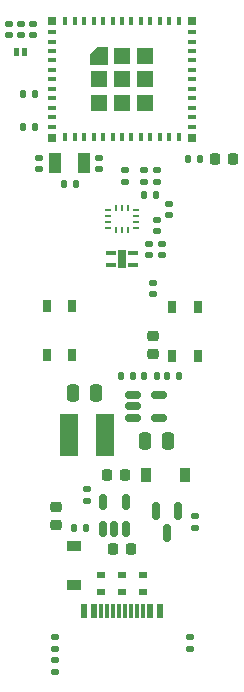
<source format=gbr>
%TF.GenerationSoftware,KiCad,Pcbnew,6.0.1-79c1e3a40b~116~ubuntu21.04.1*%
%TF.CreationDate,2022-04-07T18:26:22+01:00*%
%TF.ProjectId,esp-rust-board,6573702d-7275-4737-942d-626f6172642e,0.1b*%
%TF.SameCoordinates,Original*%
%TF.FileFunction,Paste,Top*%
%TF.FilePolarity,Positive*%
%FSLAX46Y46*%
G04 Gerber Fmt 4.6, Leading zero omitted, Abs format (unit mm)*
G04 Created by KiCad (PCBNEW 6.0.1-79c1e3a40b~116~ubuntu21.04.1) date 2022-04-07 18:26:22*
%MOMM*%
%LPD*%
G01*
G04 APERTURE LIST*
G04 Aperture macros list*
%AMRoundRect*
0 Rectangle with rounded corners*
0 $1 Rounding radius*
0 $2 $3 $4 $5 $6 $7 $8 $9 X,Y pos of 4 corners*
0 Add a 4 corners polygon primitive as box body*
4,1,4,$2,$3,$4,$5,$6,$7,$8,$9,$2,$3,0*
0 Add four circle primitives for the rounded corners*
1,1,$1+$1,$2,$3*
1,1,$1+$1,$4,$5*
1,1,$1+$1,$6,$7*
1,1,$1+$1,$8,$9*
0 Add four rect primitives between the rounded corners*
20,1,$1+$1,$2,$3,$4,$5,0*
20,1,$1+$1,$4,$5,$6,$7,0*
20,1,$1+$1,$6,$7,$8,$9,0*
20,1,$1+$1,$8,$9,$2,$3,0*%
%AMFreePoly0*
4,1,6,0.725000,-0.725000,-0.725000,-0.725000,-0.725000,0.125000,-0.125000,0.725000,0.725000,0.725000,0.725000,-0.725000,0.725000,-0.725000,$1*%
G04 Aperture macros list end*
%ADD10C,0.010000*%
%ADD11RoundRect,0.218750X0.218750X0.256250X-0.218750X0.256250X-0.218750X-0.256250X0.218750X-0.256250X0*%
%ADD12R,1.000000X1.800000*%
%ADD13RoundRect,0.140000X0.170000X-0.140000X0.170000X0.140000X-0.170000X0.140000X-0.170000X-0.140000X0*%
%ADD14RoundRect,0.140000X-0.170000X0.140000X-0.170000X-0.140000X0.170000X-0.140000X0.170000X0.140000X0*%
%ADD15RoundRect,0.135000X-0.135000X-0.185000X0.135000X-0.185000X0.135000X0.185000X-0.135000X0.185000X0*%
%ADD16RoundRect,0.225000X0.225000X0.250000X-0.225000X0.250000X-0.225000X-0.250000X0.225000X-0.250000X0*%
%ADD17R,0.700000X0.600000*%
%ADD18RoundRect,0.140000X0.140000X0.170000X-0.140000X0.170000X-0.140000X-0.170000X0.140000X-0.170000X0*%
%ADD19R,0.800000X0.400000*%
%ADD20R,0.400000X0.800000*%
%ADD21R,0.700000X0.700000*%
%ADD22R,1.450000X1.450000*%
%ADD23FreePoly0,0.000000*%
%ADD24R,0.650000X1.050000*%
%ADD25R,0.475000X0.250000*%
%ADD26R,0.250000X0.475000*%
%ADD27RoundRect,0.135000X-0.185000X0.135000X-0.185000X-0.135000X0.185000X-0.135000X0.185000X0.135000X0*%
%ADD28R,1.200000X0.900000*%
%ADD29RoundRect,0.135000X0.185000X-0.135000X0.185000X0.135000X-0.185000X0.135000X-0.185000X-0.135000X0*%
%ADD30RoundRect,0.014000X0.361000X0.161000X-0.361000X0.161000X-0.361000X-0.161000X0.361000X-0.161000X0*%
%ADD31R,0.700000X1.600000*%
%ADD32RoundRect,0.135000X0.135000X0.185000X-0.135000X0.185000X-0.135000X-0.185000X0.135000X-0.185000X0*%
%ADD33RoundRect,0.218750X-0.256250X0.218750X-0.256250X-0.218750X0.256250X-0.218750X0.256250X0.218750X0*%
%ADD34RoundRect,0.225000X-0.250000X0.225000X-0.250000X-0.225000X0.250000X-0.225000X0.250000X0.225000X0*%
%ADD35RoundRect,0.225000X-0.225000X-0.250000X0.225000X-0.250000X0.225000X0.250000X-0.225000X0.250000X0*%
%ADD36RoundRect,0.150000X0.150000X-0.512500X0.150000X0.512500X-0.150000X0.512500X-0.150000X-0.512500X0*%
%ADD37RoundRect,0.250000X0.250000X0.475000X-0.250000X0.475000X-0.250000X-0.475000X0.250000X-0.475000X0*%
%ADD38RoundRect,0.150000X-0.150000X0.587500X-0.150000X-0.587500X0.150000X-0.587500X0.150000X0.587500X0*%
%ADD39RoundRect,0.250000X-0.250000X-0.475000X0.250000X-0.475000X0.250000X0.475000X-0.250000X0.475000X0*%
%ADD40RoundRect,0.150000X-0.512500X-0.150000X0.512500X-0.150000X0.512500X0.150000X-0.512500X0.150000X0*%
%ADD41R,1.500000X3.600000*%
%ADD42R,0.900000X1.200000*%
%ADD43R,0.600000X1.150000*%
%ADD44R,0.300000X1.150000*%
G04 APERTURE END LIST*
D10*
%TO.C,D1*%
X139942000Y-74134000D02*
X139642000Y-74134000D01*
X139642000Y-74134000D02*
X139642000Y-73534000D01*
X139642000Y-73534000D02*
X139942000Y-73534000D01*
X139942000Y-73534000D02*
X139942000Y-74134000D01*
G36*
X139942000Y-74134000D02*
G01*
X139642000Y-74134000D01*
X139642000Y-73534000D01*
X139942000Y-73534000D01*
X139942000Y-74134000D01*
G37*
X139942000Y-74134000D02*
X139642000Y-74134000D01*
X139642000Y-73534000D01*
X139942000Y-73534000D01*
X139942000Y-74134000D01*
X139242000Y-74134000D02*
X138942000Y-74134000D01*
X138942000Y-74134000D02*
X138942000Y-73534000D01*
X138942000Y-73534000D02*
X139242000Y-73534000D01*
X139242000Y-73534000D02*
X139242000Y-74134000D01*
G36*
X139242000Y-74134000D02*
G01*
X138942000Y-74134000D01*
X138942000Y-73534000D01*
X139242000Y-73534000D01*
X139242000Y-74134000D01*
G37*
X139242000Y-74134000D02*
X138942000Y-74134000D01*
X138942000Y-73534000D01*
X139242000Y-73534000D01*
X139242000Y-74134000D01*
%TD*%
D11*
%TO.C,D2*%
X157505500Y-82931000D03*
X155930500Y-82931000D03*
%TD*%
D12*
%TO.C,Y1*%
X142387000Y-83312000D03*
X144887000Y-83312000D03*
%TD*%
D13*
%TO.C,C3*%
X150368000Y-91107200D03*
X150368000Y-90147200D03*
%TD*%
%TO.C,C13*%
X146177000Y-83792000D03*
X146177000Y-82832000D03*
%TD*%
%TO.C,C1*%
X151434800Y-91107200D03*
X151434800Y-90147200D03*
%TD*%
D14*
%TO.C,C14*%
X150672800Y-93449200D03*
X150672800Y-94409200D03*
%TD*%
D15*
%TO.C,R12*%
X143132000Y-85034000D03*
X144152000Y-85034000D03*
%TD*%
D16*
%TO.C,C16*%
X148857000Y-116000000D03*
X147307000Y-116000000D03*
%TD*%
D14*
%TO.C,C2*%
X151028400Y-88115200D03*
X151028400Y-89075200D03*
%TD*%
D17*
%TO.C,D8*%
X148082000Y-119572000D03*
X148082000Y-118172000D03*
%TD*%
D13*
%TO.C,C8*%
X140589000Y-72489000D03*
X140589000Y-71529000D03*
%TD*%
D18*
%TO.C,C10*%
X140688000Y-80213200D03*
X139728000Y-80213200D03*
%TD*%
D17*
%TO.C,D7*%
X149860000Y-119572000D03*
X149860000Y-118172000D03*
%TD*%
D15*
%TO.C,R10*%
X153668000Y-82931000D03*
X154688000Y-82931000D03*
%TD*%
D19*
%TO.C,U3*%
X142182000Y-72200000D03*
X142182000Y-73000000D03*
X142182000Y-73800000D03*
X142182000Y-74600000D03*
X142182000Y-75400000D03*
X142182000Y-76200000D03*
X142182000Y-77000000D03*
X142182000Y-77800000D03*
X142182000Y-78600000D03*
X142182000Y-79400000D03*
X142182000Y-80200000D03*
D20*
X143282000Y-81100000D03*
X144082000Y-81100000D03*
X144882000Y-81100000D03*
X145682000Y-81100000D03*
X146482000Y-81100000D03*
X147282000Y-81100000D03*
X148082000Y-81100000D03*
X148882000Y-81100000D03*
X149682000Y-81100000D03*
X150482000Y-81100000D03*
X151282000Y-81100000D03*
X152082000Y-81100000D03*
X152882000Y-81100000D03*
D19*
X153982000Y-80200000D03*
X153982000Y-79400000D03*
X153982000Y-78600000D03*
X153982000Y-77800000D03*
X153982000Y-77000000D03*
X153982000Y-76200000D03*
X153982000Y-75400000D03*
X153982000Y-74600000D03*
X153982000Y-73800000D03*
X153982000Y-73000000D03*
X153982000Y-72200000D03*
D20*
X149682000Y-71300000D03*
X145682000Y-71300000D03*
X144882000Y-71300000D03*
D21*
X154032000Y-71250000D03*
D22*
X150057000Y-78175000D03*
X150057000Y-74225000D03*
X148082000Y-78175000D03*
D21*
X142132000Y-81150000D03*
D20*
X151282000Y-71300000D03*
X152082000Y-71300000D03*
D22*
X146107000Y-78175000D03*
D20*
X143282000Y-71300000D03*
X150482000Y-71300000D03*
D22*
X148082000Y-74225000D03*
D20*
X152882000Y-71300000D03*
X147282000Y-71300000D03*
X148082000Y-71300000D03*
D22*
X150057000Y-76200000D03*
D21*
X154032000Y-81150000D03*
X142132000Y-71250000D03*
D22*
X146107000Y-76200000D03*
D20*
X144082000Y-71300000D03*
D23*
X146107000Y-74225000D03*
D20*
X148882000Y-71300000D03*
X146482000Y-71300000D03*
D22*
X148082000Y-76200000D03*
%TD*%
D15*
%TO.C,R7*%
X149959600Y-85953600D03*
X150979600Y-85953600D03*
%TD*%
D24*
%TO.C,SW1*%
X141717000Y-95409000D03*
X141717000Y-99559000D03*
X143867000Y-99559000D03*
X143867000Y-95409000D03*
%TD*%
D13*
%TO.C,C9*%
X139573000Y-72489000D03*
X139573000Y-71529000D03*
%TD*%
D17*
%TO.C,D5*%
X146304000Y-119572000D03*
X146304000Y-118172000D03*
%TD*%
D25*
%TO.C,U2*%
X146929500Y-87284000D03*
X146929500Y-87784000D03*
X146929500Y-88284000D03*
X146929500Y-88784000D03*
D26*
X147592000Y-88946500D03*
X148092000Y-88946500D03*
X148592000Y-88946500D03*
D25*
X149254500Y-88784000D03*
X149254500Y-88284000D03*
X149254500Y-87784000D03*
X149254500Y-87284000D03*
D26*
X148592000Y-87121500D03*
X148092000Y-87121500D03*
X147592000Y-87121500D03*
%TD*%
D13*
%TO.C,C12*%
X141097000Y-83792000D03*
X141097000Y-82832000D03*
%TD*%
D27*
%TO.C,R6*%
X142400000Y-123390000D03*
X142400000Y-124410000D03*
%TD*%
%TO.C,R4*%
X153800000Y-123442000D03*
X153800000Y-124462000D03*
%TD*%
D28*
%TO.C,D6*%
X144018000Y-115698000D03*
X144018000Y-118998000D03*
%TD*%
D14*
%TO.C,C4*%
X152044400Y-86743600D03*
X152044400Y-87703600D03*
%TD*%
D27*
%TO.C,R18*%
X148336000Y-83868800D03*
X148336000Y-84888800D03*
%TD*%
D29*
%TO.C,R17*%
X149961600Y-84888800D03*
X149961600Y-83868800D03*
%TD*%
D30*
%TO.C,U1*%
X149052000Y-91934000D03*
X149052000Y-90934000D03*
X147112000Y-90934000D03*
X147112000Y-91934000D03*
D31*
X148082000Y-91434000D03*
%TD*%
D24*
%TO.C,SW2*%
X152341000Y-99611000D03*
X152341000Y-95461000D03*
X154491000Y-95461000D03*
X154491000Y-99611000D03*
%TD*%
D13*
%TO.C,C11*%
X138557000Y-72489000D03*
X138557000Y-71529000D03*
%TD*%
D15*
%TO.C,R8*%
X139698000Y-77470000D03*
X140718000Y-77470000D03*
%TD*%
D32*
%TO.C,R2*%
X152935400Y-101346000D03*
X151915400Y-101346000D03*
%TD*%
D33*
%TO.C,D3*%
X142494000Y-112369500D03*
X142494000Y-113944500D03*
%TD*%
D34*
%TO.C,C6*%
X150749000Y-97904000D03*
X150749000Y-99454000D03*
%TD*%
D35*
%TO.C,C15*%
X146799000Y-109728000D03*
X148349000Y-109728000D03*
%TD*%
D36*
%TO.C,U6*%
X146497000Y-114294500D03*
X147447000Y-114294500D03*
X148397000Y-114294500D03*
X148397000Y-112019500D03*
X146497000Y-112019500D03*
%TD*%
D37*
%TO.C,C5*%
X151953000Y-106807000D03*
X150053000Y-106807000D03*
%TD*%
D27*
%TO.C,R9*%
X145110200Y-110919800D03*
X145110200Y-111939800D03*
%TD*%
D38*
%TO.C,Q1*%
X152842000Y-112727500D03*
X150942000Y-112727500D03*
X151892000Y-114602500D03*
%TD*%
D32*
%TO.C,R1*%
X149049200Y-101346000D03*
X148029200Y-101346000D03*
%TD*%
D39*
%TO.C,C7*%
X143957000Y-102743000D03*
X145857000Y-102743000D03*
%TD*%
D32*
%TO.C,R3*%
X151005000Y-101346000D03*
X149985000Y-101346000D03*
%TD*%
D40*
%TO.C,U5*%
X148976500Y-102936000D03*
X148976500Y-103886000D03*
X148976500Y-104836000D03*
X151251500Y-104836000D03*
X151251500Y-102936000D03*
%TD*%
D29*
%TO.C,R19*%
X151028400Y-84888800D03*
X151028400Y-83868800D03*
%TD*%
D41*
%TO.C,L1*%
X146686000Y-106299000D03*
X143636000Y-106299000D03*
%TD*%
D42*
%TO.C,D4*%
X153415000Y-109728000D03*
X150115000Y-109728000D03*
%TD*%
D32*
%TO.C,R14*%
X145036000Y-114173000D03*
X144016000Y-114173000D03*
%TD*%
D27*
%TO.C,R15*%
X154305000Y-113155000D03*
X154305000Y-114175000D03*
%TD*%
D29*
%TO.C,R5*%
X142400000Y-126410000D03*
X142400000Y-125390000D03*
%TD*%
D43*
%TO.C,J1*%
X144882000Y-121229000D03*
X145682000Y-121229000D03*
D44*
X146832000Y-121229000D03*
X147832000Y-121229000D03*
X148332000Y-121229000D03*
X149332000Y-121229000D03*
D43*
X151282000Y-121229000D03*
X150482000Y-121229000D03*
D44*
X149832000Y-121229000D03*
X148832000Y-121229000D03*
X147332000Y-121229000D03*
X146332000Y-121229000D03*
%TD*%
M02*

</source>
